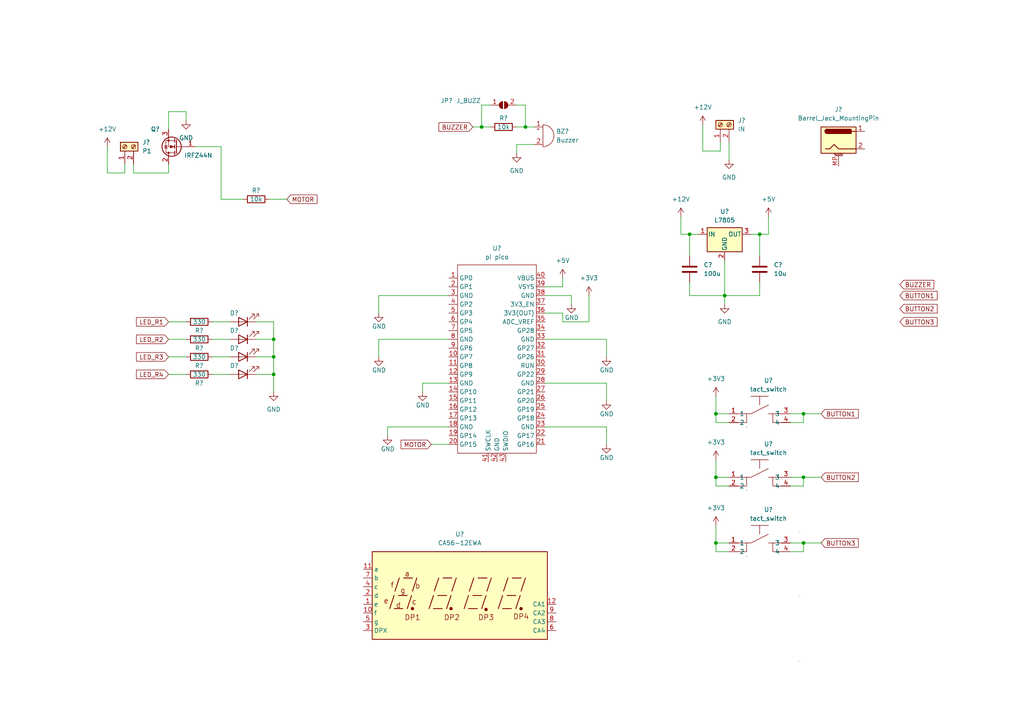
<source format=kicad_sch>
(kicad_sch (version 20211123) (generator eeschema)
  (paper "A4")
  (lib_symbols
    (symbol "Connector:Barrel_Jack_MountingPin" (pin_names hide)
      (property "Reference" "J" (at 0 5.334 0))
      (property "Value" "Barrel_Jack_MountingPin" (at 1.27 -6.35 0))
      (symbol "Barrel_Jack_MountingPin_0_1"
        (rectangle (start -5.08 3.81) (end 5.08 -3.81) (stroke (width 0.254)) (fill (type background)))
        (arc (start -3.302 3.175) (mid -3.937 2.54) (end -3.302 1.905) (stroke (width 0.254)))
        (arc (start -3.302 3.175) (mid -3.937 2.54) (end -3.302 1.905) (stroke (width 0.254)) (fill (type outline)))
        (polyline (pts (xy 5.08 2.54) (xy 3.81 2.54)) (stroke (width 0.254)))
        (polyline (pts (xy -3.81 -2.54) (xy -2.54 -2.54) (xy -1.27 -1.27) (xy 0 -2.54) (xy 2.54 -2.54) (xy 5.08 -2.54)) (stroke (width 0.254)))
        (rectangle (start 3.683 3.175) (end -3.302 1.905) (stroke (width 0.254)) (fill (type outline)))
      )
      (symbol "Barrel_Jack_MountingPin_1_1"
        (polyline (pts (xy -1.016 -4.572) (xy 1.016 -4.572)) (stroke (width 0.1524)))
        (text "Mounting" (at 0 -4.191 0) (effects (font (size 0.381 0.381))))
        (pin passive line (at 7.62 2.54 180) (length 2.54) (name "~") (number "1"))
        (pin passive line (at 7.62 -2.54 180) (length 2.54) (name "~") (number "2"))
        (pin passive line (at 0 -7.62 90) (length 3.048) (name "MountPin") (number "MP"))
      )
    )
    (symbol "Connector:Screw_Terminal_01x02" (pin_names (offset 1.016) hide)
      (property "Reference" "J" (at 0 2.54 0))
      (property "Value" "Screw_Terminal_01x02" (at 0 -5.08 0))
      (symbol "Screw_Terminal_01x02_1_1"
        (rectangle (start -1.27 1.27) (end 1.27 -3.81) (stroke (width 0.254)) (fill (type background)))
        (circle (center 0 -2.54) (radius 0.635) (stroke (width 0.1524)))
        (polyline (pts (xy -0.5334 -2.2098) (xy 0.3302 -3.048)) (stroke (width 0.1524)))
        (polyline (pts (xy -0.5334 0.3302) (xy 0.3302 -0.508)) (stroke (width 0.1524)))
        (polyline (pts (xy -0.3556 -2.032) (xy 0.508 -2.8702)) (stroke (width 0.1524)))
        (polyline (pts (xy -0.3556 0.508) (xy 0.508 -0.3302)) (stroke (width 0.1524)))
        (circle (center 0 0) (radius 0.635) (stroke (width 0.1524)))
        (pin passive line (at -5.08 0 0) (length 3.81) (name "Pin_1") (number "1"))
        (pin passive line (at -5.08 -2.54 0) (length 3.81) (name "Pin_2") (number "2"))
      )
    )
    (symbol "Device:Buzzer" (pin_names (offset 0.0254) hide)
      (property "Reference" "BZ" (at 3.81 1.27 0))
      (property "Value" "Buzzer" (at 3.81 -1.27 0))
      (symbol "Buzzer_0_1"
        (arc (start 0 -3.175) (mid 3.175 0) (end 0 3.175))
        (polyline (pts (xy -1.651 1.905) (xy -1.143 1.905)))
        (polyline (pts (xy -1.397 2.159) (xy -1.397 1.651)))
        (polyline (pts (xy 0 3.175) (xy 0 -3.175)))
      )
      (symbol "Buzzer_1_1"
        (pin passive line (at -2.54 2.54 0) (length 2.54) (name "-") (number "1"))
        (pin passive line (at -2.54 -2.54 0) (length 2.54) (name "+") (number "2"))
      )
    )
    (symbol "Device:C" (pin_numbers hide) (pin_names (offset 0.254))
      (property "Reference" "C" (at 0.635 2.54 0))
      (property "Value" "C" (at 0.635 -2.54 0))
      (symbol "C_0_1"
        (polyline (pts (xy -2.032 -0.762) (xy 2.032 -0.762)) (stroke (width 0.508)))
        (polyline (pts (xy -2.032 0.762) (xy 2.032 0.762)) (stroke (width 0.508)))
      )
      (symbol "C_1_1"
        (pin passive line (at 0 3.81 270) (length 2.794) (name "~") (number "1"))
        (pin passive line (at 0 -3.81 90) (length 2.794) (name "~") (number "2"))
      )
    )
    (symbol "Device:LED" (pin_numbers hide) (pin_names (offset 1.016) hide)
      (property "Reference" "D" (at 0 2.54 0))
      (property "Value" "LED" (at 0 -2.54 0))
      (symbol "LED_0_1"
        (polyline (pts (xy -1.27 -1.27) (xy -1.27 1.27)) (stroke (width 0.254)))
        (polyline (pts (xy -1.27 0) (xy 1.27 0)))
        (polyline (pts (xy 1.27 -1.27) (xy 1.27 1.27) (xy -1.27 0) (xy 1.27 -1.27)) (stroke (width 0.254)))
        (polyline (pts (xy -3.048 -0.762) (xy -4.572 -2.286) (xy -3.81 -2.286) (xy -4.572 -2.286) (xy -4.572 -1.524)))
        (polyline (pts (xy -1.778 -0.762) (xy -3.302 -2.286) (xy -2.54 -2.286) (xy -3.302 -2.286) (xy -3.302 -1.524)))
      )
      (symbol "LED_1_1"
        (pin passive line (at -3.81 0 0) (length 2.54) (name "K") (number "1"))
        (pin passive line (at 3.81 0 180) (length 2.54) (name "A") (number "2"))
      )
    )
    (symbol "Device:R" (pin_numbers hide) (pin_names (offset 0))
      (property "Reference" "R" (at 2.032 0 90))
      (property "Value" "R" (at 0 0 90))
      (symbol "R_0_1"
        (rectangle (start -1.016 -2.54) (end 1.016 2.54) (stroke (width 0.254)))
      )
      (symbol "R_1_1"
        (pin passive line (at 0 3.81 270) (length 1.27) (name "~") (number "1"))
        (pin passive line (at 0 -3.81 90) (length 1.27) (name "~") (number "2"))
      )
    )
    (symbol "Display_Character:CA56-12EWA"
      (property "Reference" "U" (at -24.13 13.97 0))
      (property "Value" "CA56-12EWA" (at 19.05 13.97 0))
      (symbol "CA56-12EWA_0_0"
        (rectangle (start -25.4 12.7) (end 25.4 -12.7) (stroke (width 0.254)) (fill (type background)))
        (polyline (pts (xy -20.32 -3.81) (xy -19.05 0)) (stroke (width 0.254)))
        (polyline (pts (xy -19.05 -3.81) (xy -16.51 -3.81)) (stroke (width 0.254)))
        (polyline (pts (xy -18.796 1.27) (xy -17.526 5.08)) (stroke (width 0.254)))
        (polyline (pts (xy -17.78 0) (xy -15.24 0)) (stroke (width 0.254)))
        (polyline (pts (xy -16.256 5.08) (xy -13.716 5.08)) (stroke (width 0.254)))
        (polyline (pts (xy -15.24 -3.81) (xy -13.97 0)) (stroke (width 0.254)))
        (polyline (pts (xy -13.716 1.27) (xy -12.446 5.08)) (stroke (width 0.254)))
        (polyline (pts (xy -8.89 -3.81) (xy -7.62 0)) (stroke (width 0.254)))
        (polyline (pts (xy -7.62 -3.81) (xy -5.08 -3.81)) (stroke (width 0.254)))
        (polyline (pts (xy -7.366 1.27) (xy -6.096 5.08)) (stroke (width 0.254)))
        (polyline (pts (xy -6.35 0) (xy -3.81 0)) (stroke (width 0.254)))
        (polyline (pts (xy -4.826 5.08) (xy -2.286 5.08)) (stroke (width 0.254)))
        (polyline (pts (xy -3.81 -3.81) (xy -2.54 0)) (stroke (width 0.254)))
        (polyline (pts (xy -2.286 1.27) (xy -1.016 5.08)) (stroke (width 0.254)))
        (polyline (pts (xy 1.27 -3.81) (xy 2.54 0)) (stroke (width 0.254)))
        (polyline (pts (xy 2.54 -3.81) (xy 5.08 -3.81)) (stroke (width 0.254)))
        (polyline (pts (xy 2.794 1.27) (xy 4.064 5.08)) (stroke (width 0.254)))
        (polyline (pts (xy 3.81 0) (xy 6.35 0)) (stroke (width 0.254)))
        (polyline (pts (xy 5.334 5.08) (xy 7.874 5.08)) (stroke (width 0.254)))
        (polyline (pts (xy 6.35 -3.81) (xy 7.62 0)) (stroke (width 0.254)))
        (polyline (pts (xy 7.874 1.27) (xy 9.144 5.08)) (stroke (width 0.254)))
        (polyline (pts (xy 11.176 -3.81) (xy 12.446 0)) (stroke (width 0.254)))
        (polyline (pts (xy 12.446 -3.81) (xy 14.986 -3.81)) (stroke (width 0.254)))
        (polyline (pts (xy 12.7 1.27) (xy 13.97 5.08)) (stroke (width 0.254)))
        (polyline (pts (xy 13.716 0) (xy 16.256 0)) (stroke (width 0.254)))
        (polyline (pts (xy 15.24 5.08) (xy 17.78 5.08)) (stroke (width 0.254)))
        (polyline (pts (xy 16.256 -3.81) (xy 17.526 0)) (stroke (width 0.254)))
        (polyline (pts (xy 17.78 1.27) (xy 19.05 5.08)) (stroke (width 0.254)))
        (text "a" (at -15.24 6.35 0) (effects (font (size 1.524 1.524))))
        (text "b" (at -12.192 2.794 0) (effects (font (size 1.524 1.524))))
        (text "c" (at -13.208 -1.778 0) (effects (font (size 1.524 1.524))))
        (text "d" (at -17.78 -2.794 0) (effects (font (size 1.524 1.524))))
        (text "DP1" (at -13.716 -6.35 0) (effects (font (size 1.524 1.524))))
        (text "DP2" (at -2.286 -6.35 0) (effects (font (size 1.524 1.524))))
        (text "DP3" (at 7.62 -6.35 0) (effects (font (size 1.524 1.524))))
        (text "DP4" (at 17.78 -6.096 0) (effects (font (size 1.524 1.524))))
        (text "e" (at -21.336 -1.524 0) (effects (font (size 1.524 1.524))))
        (text "f" (at -19.558 3.048 0) (effects (font (size 1.524 1.524))))
        (text "g" (at -16.51 1.524 0) (effects (font (size 1.524 1.524))))
      )
      (symbol "CA56-12EWA_0_1"
        (circle (center -13.716 -3.81) (radius 0.3556) (stroke (width 0.254)) (fill (type outline)))
        (circle (center -2.54 -3.81) (radius 0.3556) (stroke (width 0.254)) (fill (type outline)))
      )
      (symbol "CA56-12EWA_1_0"
        (circle (center 7.62 -4.064) (radius 0.3556) (stroke (width 0.254)) (fill (type outline)))
        (circle (center 17.78 -3.81) (radius 0.3556) (stroke (width 0.254)) (fill (type outline)))
      )
      (symbol "CA56-12EWA_1_1"
        (pin input line (at -27.94 -2.54 0) (length 2.54) (name "e") (number "1"))
        (pin input line (at -27.94 -5.08 0) (length 2.54) (name "f") (number "10"))
        (pin input line (at -27.94 7.62 0) (length 2.54) (name "a") (number "11"))
        (pin input line (at 27.94 -2.54 180) (length 2.54) (name "CA1") (number "12"))
        (pin input line (at -27.94 0 0) (length 2.54) (name "d") (number "2"))
        (pin input line (at -27.94 -10.16 0) (length 2.54) (name "DPX") (number "3"))
        (pin input line (at -27.94 2.54 0) (length 2.54) (name "c") (number "4"))
        (pin input line (at -27.94 -7.62 0) (length 2.54) (name "g") (number "5"))
        (pin input line (at 27.94 -10.16 180) (length 2.54) (name "CA4") (number "6"))
        (pin input line (at -27.94 5.08 0) (length 2.54) (name "b") (number "7"))
        (pin input line (at 27.94 -7.62 180) (length 2.54) (name "CA3") (number "8"))
        (pin input line (at 27.94 -5.08 180) (length 2.54) (name "CA2") (number "9"))
      )
    )
    (symbol "Jumper:SolderJumper_2_Open" (pin_names (offset 0) hide)
      (property "Reference" "JP" (at 0 2.032 0))
      (property "Value" "SolderJumper_2_Open" (at 0 -2.54 0))
      (symbol "SolderJumper_2_Open_0_1"
        (arc (start -0.254 1.016) (mid -1.27 0) (end -0.254 -1.016))
        (arc (start -0.254 1.016) (mid -1.27 0) (end -0.254 -1.016) (fill (type outline)))
        (polyline (pts (xy -0.254 1.016) (xy -0.254 -1.016)))
        (polyline (pts (xy 0.254 1.016) (xy 0.254 -1.016)))
        (arc (start 0.254 -1.016) (mid 1.27 0) (end 0.254 1.016))
        (arc (start 0.254 -1.016) (mid 1.27 0) (end 0.254 1.016) (fill (type outline)))
      )
      (symbol "SolderJumper_2_Open_1_1"
        (pin passive line (at -3.81 0 0) (length 2.54) (name "A") (number "1"))
        (pin passive line (at 3.81 0 180) (length 2.54) (name "B") (number "2"))
      )
    )
    (symbol "RaspberryPi:pi pico"
      (property "Reference" "U" (at 6.35 -29.21 0))
      (property "Value" "pi pico" (at 0 25.4 0))
      (symbol "pi pico_0_1"
        (rectangle (start -11.43 26.67) (end 11.43 -27.94))
      )
      (symbol "pi pico_1_1"
        (pin bidirectional line (at -13.97 22.86 0) (length 2.54) (name "GP0") (number "1"))
        (pin bidirectional line (at -13.97 0 0) (length 2.54) (name "GP7") (number "10"))
        (pin bidirectional line (at -13.97 -2.54 0) (length 2.54) (name "GP8") (number "11"))
        (pin bidirectional line (at -13.97 -5.08 0) (length 2.54) (name "GP9") (number "12"))
        (pin power_in line (at -13.97 -7.62 0) (length 2.54) (name "GND") (number "13"))
        (pin bidirectional line (at -13.97 -10.16 0) (length 2.54) (name "GP10") (number "14"))
        (pin bidirectional line (at -13.97 -12.7 0) (length 2.54) (name "GP11") (number "15"))
        (pin bidirectional line (at -13.97 -15.24 0) (length 2.54) (name "GP12") (number "16"))
        (pin bidirectional line (at -13.97 -17.78 0) (length 2.54) (name "GP13") (number "17"))
        (pin power_in line (at -13.97 -20.32 0) (length 2.54) (name "GND") (number "18"))
        (pin bidirectional line (at -13.97 -22.86 0) (length 2.54) (name "GP14") (number "19"))
        (pin bidirectional line (at -13.97 20.32 0) (length 2.54) (name "GP1") (number "2"))
        (pin bidirectional line (at -13.97 -25.4 0) (length 2.54) (name "GP15") (number "20"))
        (pin bidirectional line (at 13.97 -25.4 180) (length 2.54) (name "GP16") (number "21"))
        (pin bidirectional line (at 13.97 -22.86 180) (length 2.54) (name "GP17") (number "22"))
        (pin power_in line (at 13.97 -20.32 180) (length 2.54) (name "GND") (number "23"))
        (pin bidirectional line (at 13.97 -17.78 180) (length 2.54) (name "GP18") (number "24"))
        (pin bidirectional line (at 13.97 -15.24 180) (length 2.54) (name "GP19") (number "25"))
        (pin bidirectional line (at 13.97 -12.7 180) (length 2.54) (name "GP20") (number "26"))
        (pin bidirectional line (at 13.97 -10.16 180) (length 2.54) (name "GP21") (number "27"))
        (pin power_in line (at 13.97 -7.62 180) (length 2.54) (name "GND") (number "28"))
        (pin bidirectional line (at 13.97 -5.08 180) (length 2.54) (name "GP22") (number "29"))
        (pin power_in line (at -13.97 17.78 0) (length 2.54) (name "GND") (number "3"))
        (pin input line (at 13.97 -2.54 180) (length 2.54) (name "RUN") (number "30"))
        (pin bidirectional line (at 13.97 0 180) (length 2.54) (name "GP26") (number "31"))
        (pin bidirectional line (at 13.97 2.54 180) (length 2.54) (name "GP27") (number "32"))
        (pin power_in line (at 13.97 5.08 180) (length 2.54) (name "GND") (number "33"))
        (pin bidirectional line (at 13.97 7.62 180) (length 2.54) (name "GP28") (number "34"))
        (pin input line (at 13.97 10.16 180) (length 2.54) (name "ADC_VREF") (number "35"))
        (pin power_out line (at 13.97 12.7 180) (length 2.54) (name "3V3(OUT)") (number "36"))
        (pin input line (at 13.97 15.24 180) (length 2.54) (name "3V3_EN") (number "37"))
        (pin power_in line (at 13.97 17.78 180) (length 2.54) (name "GND") (number "38"))
        (pin power_out line (at 13.97 20.32 180) (length 2.54) (name "VSYS") (number "39"))
        (pin bidirectional line (at -13.97 15.24 0) (length 2.54) (name "GP2") (number "4"))
        (pin power_out line (at 13.97 22.86 180) (length 2.54) (name "VBUS") (number "40"))
        (pin bidirectional line (at -2.54 -30.48 90) (length 2.54) (name "SWCLK") (number "41"))
        (pin power_in line (at 0 -30.48 90) (length 2.54) (name "GND") (number "42"))
        (pin bidirectional line (at 2.54 -30.48 90) (length 2.54) (name "SWDIO") (number "43"))
        (pin bidirectional line (at -13.97 12.7 0) (length 2.54) (name "GP3") (number "5"))
        (pin bidirectional line (at -13.97 10.16 0) (length 2.54) (name "GP4") (number "6"))
        (pin bidirectional line (at -13.97 7.62 0) (length 2.54) (name "GP5") (number "7"))
        (pin power_in line (at -13.97 5.08 0) (length 2.54) (name "GND") (number "8"))
        (pin bidirectional line (at -13.97 2.54 0) (length 2.54) (name "GP6") (number "9"))
      )
    )
    (symbol "Regulator_Linear:L7805" (pin_names (offset 0.254))
      (property "Reference" "U" (at -3.81 3.175 0))
      (property "Value" "L7805" (at 0 3.175 0))
      (symbol "L7805_0_1"
        (rectangle (start -5.08 1.905) (end 5.08 -5.08) (stroke (width 0.254)) (fill (type background)))
      )
      (symbol "L7805_1_1"
        (pin power_in line (at -7.62 0 0) (length 2.54) (name "IN") (number "1"))
        (pin power_in line (at 0 -7.62 90) (length 2.54) (name "GND") (number "2"))
        (pin power_out line (at 7.62 0 180) (length 2.54) (name "OUT") (number "3"))
      )
    )
    (symbol "Transistor_FET:IRF540N" (pin_names hide)
      (property "Reference" "Q" (at 6.35 1.905 0))
      (property "Value" "IRF540N" (at 6.35 0 0))
      (symbol "IRF540N_0_1"
        (polyline (pts (xy 0.254 0) (xy -2.54 0)))
        (polyline (pts (xy 0.254 1.905) (xy 0.254 -1.905)) (stroke (width 0.254)))
        (polyline (pts (xy 0.762 -1.27) (xy 0.762 -2.286)) (stroke (width 0.254)))
        (polyline (pts (xy 0.762 0.508) (xy 0.762 -0.508)) (stroke (width 0.254)))
        (polyline (pts (xy 0.762 2.286) (xy 0.762 1.27)) (stroke (width 0.254)))
        (polyline (pts (xy 2.54 2.54) (xy 2.54 1.778)))
        (polyline (pts (xy 2.54 -2.54) (xy 2.54 0) (xy 0.762 0)))
        (polyline (pts (xy 0.762 -1.778) (xy 3.302 -1.778) (xy 3.302 1.778) (xy 0.762 1.778)))
        (polyline (pts (xy 1.016 0) (xy 2.032 0.381) (xy 2.032 -0.381) (xy 1.016 0)) (fill (type outline)))
        (polyline (pts (xy 2.794 0.508) (xy 2.921 0.381) (xy 3.683 0.381) (xy 3.81 0.254)))
        (polyline (pts (xy 3.302 0.381) (xy 2.921 -0.254) (xy 3.683 -0.254) (xy 3.302 0.381)))
        (circle (center 1.651 0) (radius 2.794) (stroke (width 0.254)))
        (circle (center 2.54 -1.778) (radius 0.254) (fill (type outline)))
        (circle (center 2.54 1.778) (radius 0.254) (fill (type outline)))
      )
      (symbol "IRF540N_1_1"
        (pin input line (at -5.08 0 0) (length 2.54) (name "G") (number "1"))
        (pin passive line (at 2.54 5.08 270) (length 2.54) (name "D") (number "2"))
        (pin passive line (at 2.54 -5.08 90) (length 2.54) (name "S") (number "3"))
      )
    )
    (symbol "casual_components:tact_switch"
      (property "Reference" "U" (at 0 -3.81 0))
      (property "Value" "tact_switch" (at 0 7.62 0))
      (symbol "tact_switch_0_1"
        (rectangle (start -3.81 -3.81) (end -3.81 -3.81))
        (rectangle (start -3.81 -3.81) (end -3.81 -3.81))
        (polyline (pts (xy -2.54 5.08) (xy 2.54 5.08)))
        (polyline (pts (xy 0 2.54) (xy 0 5.08)))
        (polyline (pts (xy 2.54 0) (xy 6.35 0)))
        (polyline (pts (xy -6.35 0) (xy -2.54 0) (xy 2.54 2.54)))
        (polyline (pts (xy -3.81 0) (xy -3.81 -2.54) (xy -6.35 -2.54)))
        (polyline (pts (xy 3.81 0) (xy 3.81 -2.54) (xy 6.35 -2.54)))
        (rectangle (start 11.43 -34.29) (end 11.43 -34.29))
      )
      (symbol "tact_switch_1_1"
        (pin input line (at -8.89 0 0) (length 2.54) (name "1") (number "1"))
        (pin input line (at -8.89 -2.54 0) (length 2.54) (name "2") (number "2"))
        (pin output line (at 8.89 0 180) (length 2.54) (name "3") (number "3"))
        (pin output line (at 8.89 -2.54 180) (length 2.54) (name "4") (number "4"))
      )
    )
    (symbol "power:+12V" (power) (pin_names (offset 0))
      (property "Value" "+12V" (at 0 3.556 0))
      (symbol "+12V_0_1"
        (polyline (pts (xy -0.762 1.27) (xy 0 2.54)))
        (polyline (pts (xy 0 0) (xy 0 2.54)))
        (polyline (pts (xy 0 2.54) (xy 0.762 1.27)))
      )
      (symbol "+12V_1_1"
        (pin power_in line (at 0 0 90) (length 0) hide (name "+12V") (number "1"))
      )
    )
    (symbol "power:+3V3" (power) (pin_names (offset 0))
      (property "Value" "+3V3" (at 0 3.556 0))
      (symbol "+3V3_0_1"
        (polyline (pts (xy -0.762 1.27) (xy 0 2.54)))
        (polyline (pts (xy 0 0) (xy 0 2.54)))
        (polyline (pts (xy 0 2.54) (xy 0.762 1.27)))
      )
      (symbol "+3V3_1_1"
        (pin power_in line (at 0 0 90) (length 0) hide (name "+3V3") (number "1"))
      )
    )
    (symbol "power:+5V" (power) (pin_names (offset 0))
      (property "Value" "+5V" (at 0 3.556 0))
      (symbol "+5V_0_1"
        (polyline (pts (xy -0.762 1.27) (xy 0 2.54)))
        (polyline (pts (xy 0 0) (xy 0 2.54)))
        (polyline (pts (xy 0 2.54) (xy 0.762 1.27)))
      )
      (symbol "+5V_1_1"
        (pin power_in line (at 0 0 90) (length 0) hide (name "+5V") (number "1"))
      )
    )
    (symbol "power:GND" (power) (pin_names (offset 0))
      (property "Value" "GND" (at 0 -3.81 0))
      (symbol "GND_0_1"
        (polyline (pts (xy 0 0) (xy 0 -1.27) (xy 1.27 -1.27) (xy 0 -2.54) (xy -1.27 -1.27) (xy 0 -1.27)))
      )
      (symbol "GND_1_1"
        (pin power_in line (at 0 0 270) (length 0) hide (name "GND") (number "1"))
      )
    )
  )
  (junction (at 233.045 120.015))
  (junction (at 207.645 157.48))
  (junction (at 79.375 103.505))
  (junction (at 233.045 157.48))
  (junction (at 200.025 67.945))
  (junction (at 139.7 36.83))
  (junction (at 207.645 120.015))
  (junction (at 220.345 67.945))
  (junction (at 210.185 85.725))
  (junction (at 79.375 98.425))
  (junction (at 233.045 138.43))
  (junction (at 79.375 108.585))
  (junction (at 207.645 138.43))
  (junction (at 152.4 36.83))
  (wire (pts (xy 64.135 42.545) (xy 64.135 57.785)))
  (wire (pts (xy 208.915 43.815) (xy 203.835 43.815)))
  (wire (pts (xy 233.045 138.43) (xy 238.125 138.43)))
  (wire (pts (xy 233.045 140.97) (xy 233.045 138.43)))
  (wire (pts (xy 79.375 93.345) (xy 79.375 98.425)))
  (wire (pts (xy 53.975 32.385) (xy 53.975 34.925)))
  (wire (pts (xy 109.855 98.425) (xy 130.175 98.425)))
  (wire (pts (xy 207.645 140.97) (xy 207.645 138.43)))
  (wire (pts (xy 165.735 88.265) (xy 165.735 85.725)))
  (wire (pts (xy 137.16 36.83) (xy 139.7 36.83)))
  (wire (pts (xy 217.805 67.945) (xy 220.345 67.945)))
  (wire (pts (xy 211.455 140.97) (xy 207.645 140.97)))
  (wire (pts (xy 207.645 152.4) (xy 207.645 157.48)))
  (wire (pts (xy 229.235 122.555) (xy 233.045 122.555)))
  (wire (pts (xy 61.595 93.345) (xy 66.675 93.345)))
  (wire (pts (xy 31.115 42.545) (xy 31.115 50.165)))
  (wire (pts (xy 158.115 83.185) (xy 163.195 83.185)))
  (wire (pts (xy 48.895 32.385) (xy 53.975 32.385)))
  (wire (pts (xy 233.045 160.02) (xy 233.045 157.48)))
  (wire (pts (xy 207.645 157.48) (xy 211.455 157.48)))
  (wire (pts (xy 125.095 128.905) (xy 130.175 128.905)))
  (wire (pts (xy 210.185 85.725) (xy 210.185 75.565)))
  (wire (pts (xy 149.86 41.91) (xy 149.86 44.45)))
  (wire (pts (xy 70.485 57.785) (xy 64.135 57.785)))
  (wire (pts (xy 229.235 157.48) (xy 233.045 157.48)))
  (wire (pts (xy 61.595 108.585) (xy 66.675 108.585)))
  (wire (pts (xy 175.895 128.905) (xy 175.895 123.825)))
  (wire (pts (xy 109.855 90.805) (xy 109.855 85.725)))
  (wire (pts (xy 210.185 85.725) (xy 220.345 85.725)))
  (wire (pts (xy 211.455 160.02) (xy 207.645 160.02)))
  (wire (pts (xy 31.115 50.165) (xy 36.195 50.165)))
  (wire (pts (xy 175.895 103.505) (xy 175.895 98.425)))
  (wire (pts (xy 79.375 103.505) (xy 79.375 108.585)))
  (wire (pts (xy 197.485 67.945) (xy 200.025 67.945)))
  (wire (pts (xy 207.645 138.43) (xy 211.455 138.43)))
  (wire (pts (xy 139.7 36.83) (xy 142.24 36.83)))
  (wire (pts (xy 211.455 41.275) (xy 211.455 46.355)))
  (wire (pts (xy 229.235 160.02) (xy 233.045 160.02)))
  (wire (pts (xy 220.345 67.945) (xy 220.345 74.295)))
  (wire (pts (xy 233.045 120.015) (xy 238.125 120.015)))
  (wire (pts (xy 61.595 103.505) (xy 66.675 103.505)))
  (wire (pts (xy 163.195 80.645) (xy 163.195 83.185)))
  (wire (pts (xy 139.7 30.48) (xy 142.24 30.48)))
  (wire (pts (xy 233.045 122.555) (xy 233.045 120.015)))
  (wire (pts (xy 48.895 108.585) (xy 53.975 108.585)))
  (wire (pts (xy 197.485 62.865) (xy 197.485 67.945)))
  (wire (pts (xy 163.195 90.805) (xy 158.115 90.805)))
  (wire (pts (xy 220.345 81.915) (xy 220.345 85.725)))
  (wire (pts (xy 200.025 81.915) (xy 200.025 85.725)))
  (wire (pts (xy 211.455 122.555) (xy 207.645 122.555)))
  (wire (pts (xy 207.645 133.35) (xy 207.645 138.43)))
  (wire (pts (xy 122.555 113.665) (xy 122.555 111.125)))
  (wire (pts (xy 79.375 108.585) (xy 79.375 113.665)))
  (wire (pts (xy 122.555 111.125) (xy 130.175 111.125)))
  (wire (pts (xy 207.645 160.02) (xy 207.645 157.48)))
  (wire (pts (xy 74.295 108.585) (xy 79.375 108.585)))
  (wire (pts (xy 112.395 126.365) (xy 112.395 123.825)))
  (wire (pts (xy 207.645 114.935) (xy 207.645 120.015)))
  (wire (pts (xy 222.885 62.865) (xy 222.885 67.945)))
  (wire (pts (xy 109.855 85.725) (xy 130.175 85.725)))
  (wire (pts (xy 200.025 67.945) (xy 200.025 74.295)))
  (wire (pts (xy 38.735 50.165) (xy 48.895 50.165)))
  (wire (pts (xy 74.295 93.345) (xy 79.375 93.345)))
  (wire (pts (xy 74.295 98.425) (xy 79.375 98.425)))
  (wire (pts (xy 229.235 120.015) (xy 233.045 120.015)))
  (wire (pts (xy 48.895 37.465) (xy 48.895 32.385)))
  (wire (pts (xy 36.195 50.165) (xy 36.195 47.625)))
  (wire (pts (xy 203.835 43.815) (xy 203.835 36.195)))
  (wire (pts (xy 220.345 67.945) (xy 222.885 67.945)))
  (wire (pts (xy 207.645 120.015) (xy 211.455 120.015)))
  (wire (pts (xy 158.115 85.725) (xy 165.735 85.725)))
  (wire (pts (xy 48.895 98.425) (xy 53.975 98.425)))
  (wire (pts (xy 48.895 93.345) (xy 53.975 93.345)))
  (wire (pts (xy 207.645 122.555) (xy 207.645 120.015)))
  (wire (pts (xy 78.105 57.785) (xy 83.185 57.785)))
  (wire (pts (xy 149.86 36.83) (xy 152.4 36.83)))
  (wire (pts (xy 109.855 103.505) (xy 109.855 98.425)))
  (wire (pts (xy 200.025 85.725) (xy 210.185 85.725)))
  (wire (pts (xy 38.735 47.625) (xy 38.735 50.165)))
  (wire (pts (xy 79.375 98.425) (xy 79.375 103.505)))
  (wire (pts (xy 210.185 85.725) (xy 210.185 88.265)))
  (wire (pts (xy 202.565 67.945) (xy 200.025 67.945)))
  (wire (pts (xy 56.515 42.545) (xy 64.135 42.545)))
  (wire (pts (xy 175.895 116.205) (xy 175.895 111.125)))
  (wire (pts (xy 229.235 138.43) (xy 233.045 138.43)))
  (wire (pts (xy 139.7 30.48) (xy 139.7 36.83)))
  (wire (pts (xy 175.895 98.425) (xy 158.115 98.425)))
  (wire (pts (xy 170.815 85.725) (xy 170.815 93.345)))
  (wire (pts (xy 48.895 103.505) (xy 53.975 103.505)))
  (wire (pts (xy 112.395 123.825) (xy 130.175 123.825)))
  (wire (pts (xy 170.815 93.345) (xy 163.195 93.345)))
  (wire (pts (xy 152.4 30.48) (xy 152.4 36.83)))
  (wire (pts (xy 154.94 41.91) (xy 149.86 41.91)))
  (wire (pts (xy 74.295 103.505) (xy 79.375 103.505)))
  (wire (pts (xy 208.915 41.275) (xy 208.915 43.815)))
  (wire (pts (xy 163.195 93.345) (xy 163.195 90.805)))
  (wire (pts (xy 149.86 30.48) (xy 152.4 30.48)))
  (wire (pts (xy 175.895 111.125) (xy 158.115 111.125)))
  (wire (pts (xy 233.045 157.48) (xy 238.125 157.48)))
  (wire (pts (xy 152.4 36.83) (xy 154.94 36.83)))
  (wire (pts (xy 229.235 140.97) (xy 233.045 140.97)))
  (wire (pts (xy 48.895 50.165) (xy 48.895 47.625)))
  (wire (pts (xy 158.115 123.825) (xy 175.895 123.825)))
  (wire (pts (xy 61.595 98.425) (xy 66.675 98.425)))
  (global_label "BUTTON2" (shape input) (at 260.985 89.535 0) (property "Intersheet References" "${INTERSHEET_REFS}" (effects hide)))
  (global_label "BUTTON3" (shape input) (at 238.125 157.48 0) (property "Intersheet References" "${INTERSHEET_REFS}" (effects hide)))
  (global_label "BUZZER" (shape input) (at 137.16 36.83 180) (property "Intersheet References" "${INTERSHEET_REFS}" (effects hide)))
  (global_label "BUTTON1" (shape input) (at 260.985 85.725 0) (property "Intersheet References" "${INTERSHEET_REFS}" (effects hide)))
  (global_label "BUTTON1" (shape input) (at 238.125 120.015 0) (property "Intersheet References" "${INTERSHEET_REFS}" (effects hide)))
  (global_label "LED_R4" (shape input) (at 48.895 108.585 180) (property "Intersheet References" "${INTERSHEET_REFS}" (effects hide)))
  (global_label "LED_R2" (shape input) (at 48.895 98.425 180) (property "Intersheet References" "${INTERSHEET_REFS}" (effects hide)))
  (global_label "BUTTON3" (shape input) (at 260.985 93.345 0) (property "Intersheet References" "${INTERSHEET_REFS}" (effects hide)))
  (global_label "LED_R3" (shape input) (at 48.895 103.505 180) (property "Intersheet References" "${INTERSHEET_REFS}" (effects hide)))
  (global_label "BUZZER" (shape input) (at 260.985 82.55 0) (property "Intersheet References" "${INTERSHEET_REFS}" (effects hide)))
  (global_label "MOTOR" (shape input) (at 125.095 128.905 180) (property "Intersheet References" "${INTERSHEET_REFS}" (effects hide)))
  (global_label "MOTOR" (shape input) (at 83.185 57.785 0) (property "Intersheet References" "${INTERSHEET_REFS}" (effects hide)))
  (global_label "LED_R1" (shape input) (at 48.895 93.345 180) (property "Intersheet References" "${INTERSHEET_REFS}" (effects hide)))
  (global_label "BUTTON2" (shape input) (at 238.125 138.43 0) (property "Intersheet References" "${INTERSHEET_REFS}" (effects hide)))
  (symbol (lib_id "power:GND") (at 109.855 90.805 0) (unit 1)
    (property "Reference" "#PWR?" (effects hide))
    (property "Value" "GND" (at 109.9371 94.6641 0))
  )
  (symbol (lib_id "Jumper:SolderJumper_2_Open") (at 146.05 30.48 0) (unit 1)
    (property "Reference" "JP?" (at 129.54 29.21 0))
    (property "Value" "J_BUZZ" (at 135.89 29.21 0))
    (property "Footprint" "Jumper:SolderJumper-2_P1.3mm_Open_Pad1.0x1.5mm" (effects hide))
  )
  (symbol (lib_id "power:GND") (at 53.975 34.925 0) (unit 1)
    (property "Reference" "#PWR?" (effects hide))
    (property "Value" "GND" (at 53.975 40.005 0))
  )
  (symbol (lib_id "power:GND") (at 149.86 44.45 0) (unit 1)
    (property "Reference" "#PWR?" (effects hide))
    (property "Value" "GND" (at 149.86 49.53 0))
  )
  (symbol (lib_id "Device:Buzzer") (at 157.48 39.37 0) (unit 1)
    (property "Reference" "BZ?" (at 161.29 38.0999 0) (effects (justify left)))
    (property "Value" "Buzzer" (at 161.29 40.6399 0) (effects (justify left)))
    (property "Footprint" "Buzzer_Beeper:Buzzer_12x9.5RM7.6" (effects hide))
  )
  (symbol (lib_id "Device:LED") (at 70.485 93.345 180) (unit 1)
    (property "Reference" "D?" (at 67.945 90.805 0))
    (property "Value" "LED" (effects hide))
    (property "Footprint" "LED_THT:LED_D5.0mm" (effects hide))
  )
  (symbol (lib_id "power:GND") (at 210.185 88.265 0) (unit 1)
    (property "Reference" "#PWR?" (effects hide))
    (property "Value" "GND" (at 210.185 93.345 0))
  )
  (symbol (lib_id "Connector:Barrel_Jack_MountingPin") (at 243.205 40.64 0) (unit 1)
    (property "Reference" "J?" (at 243.205 31.75 0))
    (property "Value" "Barrel_Jack_MountingPin" (at 243.205 34.29 0))
    (property "Footprint" "Connector_BarrelJack:BarrelJack_Horizontal" (effects hide))
  )
  (symbol (lib_id "Device:R") (at 146.05 36.83 270) (unit 1)
    (property "Reference" "R?" (at 146.05 34.29 90))
    (property "Value" "10k" (at 146.05 36.83 90))
    (property "Footprint" "Resistor_SMD:R_0603_1608Metric_Pad0.98x0.95mm_HandSolder" (effects hide))
  )
  (symbol (lib_id "casual_components:tact_switch") (at 220.345 120.015 0) (unit 1)
    (property "Reference" "U?" (at 222.885 110.363 0))
    (property "Value" "tact_switch" (at 222.885 112.903 0))
    (property "Footprint" "casual_components:tact_switch" (effects hide))
  )
  (symbol (lib_id "Device:C") (at 200.025 78.105 0) (unit 1)
    (property "Reference" "C?" (at 204.089 76.8349 0) (effects (justify left)))
    (property "Value" "100u" (at 204.089 79.3749 0) (effects (justify left)))
    (property "Footprint" "Capacitor_THT:C_Disc_D3.0mm_W2.0mm_P2.50mm" (effects hide))
  )
  (symbol (lib_id "Device:R") (at 57.785 108.585 90) (unit 1)
    (property "Reference" "R?" (at 57.785 111.125 90))
    (property "Value" "330" (at 57.785 108.585 90))
    (property "Footprint" "Resistor_SMD:R_1206_3216Metric_Pad1.30x1.75mm_HandSolder" (effects hide))
  )
  (symbol (lib_id "Device:R") (at 74.295 57.785 90) (unit 1)
    (property "Reference" "R?" (at 74.295 55.245 90))
    (property "Value" "10k" (at 74.295 57.785 90))
    (property "Footprint" "Resistor_SMD:R_1206_3216Metric_Pad1.30x1.75mm_HandSolder" (effects hide))
  )
  (symbol (lib_id "Device:R") (at 57.785 98.425 90) (unit 1)
    (property "Reference" "R?" (at 57.785 100.965 90))
    (property "Value" "330" (at 57.785 98.425 90))
    (property "Footprint" "Resistor_SMD:R_1206_3216Metric_Pad1.30x1.75mm_HandSolder" (effects hide))
  )
  (symbol (lib_id "power:GND") (at 211.455 46.355 0) (unit 1)
    (property "Reference" "#PWR?" (effects hide))
    (property "Value" "GND" (at 211.455 51.435 0))
  )
  (symbol (lib_id "power:GND") (at 112.395 126.365 0) (unit 1)
    (property "Reference" "#PWR?" (effects hide))
    (property "Value" "GND" (at 112.4771 130.2241 0))
  )
  (symbol (lib_id "casual_components:tact_switch") (at 220.345 157.48 0) (unit 1)
    (property "Reference" "U?" (at 222.885 147.828 0))
    (property "Value" "tact_switch" (at 222.885 150.368 0))
    (property "Footprint" "casual_components:tact_switch" (effects hide))
  )
  (symbol (lib_id "power:+12V") (at 197.485 62.865 0) (unit 1)
    (property "Reference" "#PWR?" (effects hide))
    (property "Value" "+12V" (at 197.485 57.785 0))
  )
  (symbol (lib_id "power:+5V") (at 222.885 62.865 0) (unit 1)
    (property "Reference" "#PWR?" (effects hide))
    (property "Value" "+5V" (at 222.885 57.785 0))
  )
  (symbol (lib_id "Device:C") (at 220.345 78.105 0) (unit 1)
    (property "Reference" "C?" (at 224.409 76.8349 0) (effects (justify left)))
    (property "Value" "10u" (at 224.409 79.3749 0) (effects (justify left)))
    (property "Footprint" "Capacitor_THT:C_Disc_D3.0mm_W2.0mm_P2.50mm" (effects hide))
  )
  (symbol (lib_id "Device:LED") (at 70.485 108.585 180) (unit 1)
    (property "Reference" "D?" (at 67.945 106.045 0))
    (property "Value" "LED" (effects hide))
    (property "Footprint" "LED_THT:LED_D5.0mm" (effects hide))
  )
  (symbol (lib_id "power:GND") (at 165.735 88.265 0) (unit 1)
    (property "Reference" "#PWR?" (effects hide))
    (property "Value" "GND" (at 165.8171 92.1241 0))
  )
  (symbol (lib_id "power:GND") (at 175.895 116.205 0) (unit 1)
    (property "Reference" "#PWR?" (effects hide))
    (property "Value" "GND" (at 175.9771 120.0641 0))
  )
  (symbol (lib_id "Device:R") (at 57.785 103.505 90) (unit 1)
    (property "Reference" "R?" (at 57.785 106.045 90))
    (property "Value" "330" (at 57.785 103.505 90))
    (property "Footprint" "Resistor_SMD:R_1206_3216Metric_Pad1.30x1.75mm_HandSolder" (effects hide))
  )
  (symbol (lib_id "power:+12V") (at 31.115 42.545 0) (unit 1)
    (property "Reference" "#PWR?" (effects hide))
    (property "Value" "+12V" (at 31.115 37.465 0))
  )
  (symbol (lib_id "power:GND") (at 175.895 128.905 0) (unit 1)
    (property "Reference" "#PWR?" (effects hide))
    (property "Value" "GND" (at 175.9771 132.7641 0))
  )
  (symbol (lib_id "power:+12V") (at 203.835 36.195 0) (unit 1)
    (property "Reference" "#PWR?" (effects hide))
    (property "Value" "+12V" (at 203.835 31.115 0))
  )
  (symbol (lib_id "power:+3V3") (at 207.645 152.4 0) (unit 1)
    (property "Reference" "#PWR?" (effects hide))
    (property "Value" "+3V3" (at 207.645 147.32 0))
  )
  (symbol (lib_id "Device:LED") (at 70.485 98.425 180) (unit 1)
    (property "Reference" "D?" (at 67.945 95.885 0))
    (property "Value" "LED" (effects hide))
    (property "Footprint" "LED_THT:LED_D5.0mm" (effects hide))
  )
  (symbol (lib_id "Connector:Screw_Terminal_01x02") (at 208.915 36.195 90) (unit 1)
    (property "Reference" "J?" (at 213.995 34.9249 90) (effects (justify right)))
    (property "Value" "IN" (at 213.995 37.4649 90) (effects (justify right)))
    (property "Footprint" "TerminalBlock_Phoenix:TerminalBlock_Phoenix_MKDS-1,5-2-5.08_1x02_P5.08mm_Horizontal" (effects hide))
  )
  (symbol (lib_id "power:+5V") (at 163.195 80.645 0) (unit 1)
    (property "Reference" "#PWR?" (effects hide))
    (property "Value" "+5V" (at 163.195 75.565 0))
  )
  (symbol (lib_id "power:+3V3") (at 207.645 114.935 0) (unit 1)
    (property "Reference" "#PWR?" (effects hide))
    (property "Value" "+3V3" (at 207.645 109.855 0))
  )
  (symbol (lib_id "Display_Character:CA56-12EWA") (at 133.35 172.72 0) (unit 1)
    (property "Reference" "U?" (at 133.35 154.94 0))
    (property "Value" "CA56-12EWA" (at 133.35 157.48 0))
    (property "Footprint" "Display_7Segment:CA56-12EWA" (effects hide))
    (property "Datasheet" "http://www.kingbrightusa.com/images/catalog/SPEC/CA56-12EWA.pdf" (effects hide))
  )
  (symbol (lib_id "Device:LED") (at 70.485 103.505 180) (unit 1)
    (property "Reference" "D?" (at 67.945 100.965 0))
    (property "Value" "LED" (effects hide))
    (property "Footprint" "LED_THT:LED_D5.0mm" (effects hide))
  )
  (symbol (lib_id "casual_components:tact_switch") (at 220.345 138.43 0) (unit 1)
    (property "Reference" "U?" (at 222.885 128.778 0))
    (property "Value" "tact_switch" (at 222.885 131.318 0))
    (property "Footprint" "casual_components:tact_switch" (effects hide))
  )
  (symbol (lib_id "Device:R") (at 57.785 93.345 90) (unit 1)
    (property "Reference" "R?" (at 57.785 95.885 90))
    (property "Value" "330" (at 57.785 93.345 90))
    (property "Footprint" "Resistor_SMD:R_1206_3216Metric_Pad1.30x1.75mm_HandSolder" (effects hide))
  )
  (symbol (lib_id "RaspberryPi:pi pico") (at 144.145 103.505 0) (unit 1)
    (property "Reference" "U?" (at 144.145 72.009 0))
    (property "Value" "pi pico" (at 144.145 74.549 0))
    (property "Footprint" "RaspberryPi:raspberry pi pico" (effects hide))
  )
  (symbol (lib_id "Connector:Screw_Terminal_01x02") (at 36.195 42.545 90) (unit 1)
    (property "Reference" "J?" (at 41.275 41.2749 90) (effects (justify right)))
    (property "Value" "P1" (at 41.275 43.8149 90) (effects (justify right)))
    (property "Footprint" "TerminalBlock_Phoenix:TerminalBlock_Phoenix_MKDS-1,5-2-5.08_1x02_P5.08mm_Horizontal" (effects hide))
  )
  (symbol (lib_id "power:GND") (at 122.555 113.665 0) (unit 1)
    (property "Reference" "#PWR?" (effects hide))
    (property "Value" "GND" (at 122.6371 117.5241 0))
  )
  (symbol (lib_id "power:GND") (at 109.855 103.505 0) (unit 1)
    (property "Reference" "#PWR?" (effects hide))
    (property "Value" "GND" (at 109.9371 107.3641 0))
  )
  (symbol (lib_id "power:+3V3") (at 170.815 85.725 0) (unit 1)
    (property "Reference" "#PWR?" (effects hide))
    (property "Value" "+3V3" (at 170.815 80.645 0))
  )
  (symbol (lib_id "power:+3V3") (at 207.645 133.35 0) (unit 1)
    (property "Reference" "#PWR?" (effects hide))
    (property "Value" "+3V3" (at 207.645 128.27 0))
  )
  (symbol (lib_id "Transistor_FET:IRF540N") (at 51.435 42.545 180) (unit 1)
    (property "Reference" "Q?" (at 46.355 37.465 0) (effects (justify left)))
    (property "Value" "IRFZ44N" (at 61.595 45.085 0) (effects (justify left)))
    (property "Footprint" "Package_TO_SOT_THT:TO-220-3_Vertical" (effects hide))
    (property "Datasheet" "http://www.irf.com/product-info/datasheets/data/irf540n.pdf" (effects hide))
  )
  (symbol (lib_id "power:GND") (at 79.375 113.665 0) (unit 1)
    (property "Reference" "#PWR?" (effects hide))
    (property "Value" "GND" (at 79.375 118.745 0))
  )
  (symbol (lib_id "Regulator_Linear:L7805") (at 210.185 67.945 0) (unit 1)
    (property "Reference" "U?" (at 210.185 61.341 0))
    (property "Value" "L7805" (at 210.185 63.881 0))
    (property "Footprint" "Package_TO_SOT_THT:TO-220-3_Vertical" (effects hide))
    (property "Datasheet" "http://www.st.com/content/ccc/resource/technical/document/datasheet/41/4f/b3/b0/12/d4/47/88/CD00000444.pdf/files/CD00000444.pdf/jcr:content/translations/en.CD00000444.pdf" (effects hide))
  )
  (symbol (lib_id "power:GND") (at 175.895 103.505 0) (unit 1)
    (property "Reference" "#PWR?" (effects hide))
    (property "Value" "GND" (at 175.9771 107.3641 0))
  )
)
</source>
